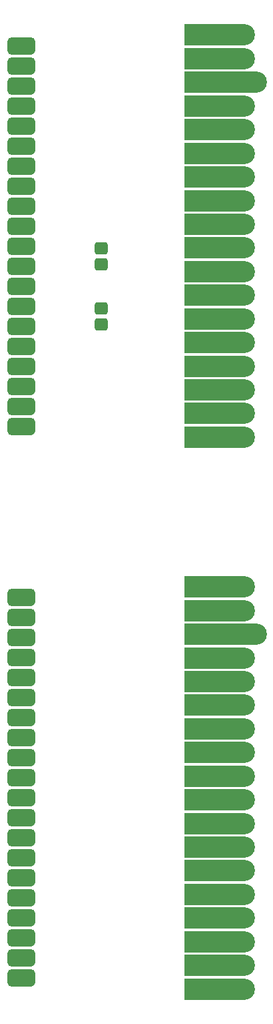
<source format=gbs>
G04*
G04  File:            TEMP_GERBER.GBS, Wed Dec 04 20:29:51 2019*
G04  Source:          P-CAD 2006 PCB, Version 19.02.958, (D:\retrocomputing\pdp11-mpi-breakout-board\pcb\temp_gerber.pcb)*
G04  Format:          Gerber Format (RS-274-D), ASCII*
G04*
G04  Format Options:  Absolute Positioning*
G04                   Leading-Zero Suppression*
G04                   Scale Factor 1:1*
G04                   NO Circular Interpolation*
G04                   Inch Units*
G04                   Numeric Format: 4.4 (XXXX.XXXX)*
G04                   G54 NOT Used for Aperture Change*
G04                   Apertures Embedded*
G04*
G04  File Options:    Offset = (0.0mil,0.0mil)*
G04                   Drill Symbol Size = 80.0mil*
G04                   Pad/Via Holes*
G04*
G04  File Contents:   Pads*
G04                   Vias*
G04                   Designators*
G04                   No Types*
G04                   No Values*
G04                   No Drill Symbols*
G04                   Bot Mask*
G04*
%INTEMP_GERBER.GBS*%
%ICAS*%
%MOIN*%
G04*
G04  Aperture MACROs for general use --- invoked via D-code assignment *
G04*
G04  General MACRO for flashed round with rotation and/or offset hole *
%AMROTOFFROUND*
1,1,$1,0.0000,0.0000*
1,0,$2,$3,$4*%
G04*
G04  General MACRO for flashed oval (obround) with rotation and/or offset hole *
%AMROTOFFOVAL*
21,1,$1,$2,0.0000,0.0000,$3*
1,1,$4,$5,$6*
1,1,$4,0-$5,0-$6*
1,0,$7,$8,$9*%
G04*
G04  General MACRO for flashed oval (obround) with rotation and no hole *
%AMROTOVALNOHOLE*
21,1,$1,$2,0.0000,0.0000,$3*
1,1,$4,$5,$6*
1,1,$4,0-$5,0-$6*%
G04*
G04  General MACRO for flashed rectangle with rotation and/or offset hole *
%AMROTOFFRECT*
21,1,$1,$2,0.0000,0.0000,$3*
1,0,$4,$5,$6*%
G04*
G04  General MACRO for flashed rectangle with rotation and no hole *
%AMROTRECTNOHOLE*
21,1,$1,$2,0.0000,0.0000,$3*%
G04*
G04  General MACRO for flashed rounded-rectangle *
%AMROUNDRECT*
21,1,$1,$2-$4,0.0000,0.0000,$3*
21,1,$1-$4,$2,0.0000,0.0000,$3*
1,1,$4,$5,$6*
1,1,$4,$7,$8*
1,1,$4,0-$5,0-$6*
1,1,$4,0-$7,0-$8*
1,0,$9,$10,$11*%
G04*
G04  General MACRO for flashed rounded-rectangle with rotation and no hole *
%AMROUNDRECTNOHOLE*
21,1,$1,$2-$4,0.0000,0.0000,$3*
21,1,$1-$4,$2,0.0000,0.0000,$3*
1,1,$4,$5,$6*
1,1,$4,$7,$8*
1,1,$4,0-$5,0-$6*
1,1,$4,0-$7,0-$8*%
G04*
G04  General MACRO for flashed regular polygon *
%AMREGPOLY*
5,1,$1,0.0000,0.0000,$2,$3+$4*
1,0,$5,$6,$7*%
G04*
G04  General MACRO for flashed regular polygon with no hole *
%AMREGPOLYNOHOLE*
5,1,$1,0.0000,0.0000,$2,$3+$4*%
G04*
G04  General MACRO for target *
%AMTARGET*
6,0,0,$1,$2,$3,4,$4,$5,$6*%
G04*
G04  General MACRO for mounting hole *
%AMMTHOLE*
1,1,$1,0,0*
1,0,$2,0,0*
$1=$1-$2*
$1=$1/2*
21,1,$2+$1,$3,0,0,$4*
21,1,$3,$2+$1,0,0,$4*%
G04*
G04*
G04  D10 : "Ellipse X0.254mm Y0.254mm H0.000mm 0.0deg (0.000mm,0.000mm) Draw"*
G04  Disc: OuterDia=0.0100*
%ADD10C, 0.0100*%
G04  D11 : "Ellipse X0.400mm Y0.400mm H0.000mm 0.0deg (0.000mm,0.000mm) Draw"*
G04  Disc: OuterDia=0.0157*
%ADD11C, 0.0157*%
G04  D12 : "Ellipse X0.500mm Y0.500mm H0.000mm 0.0deg (0.000mm,0.000mm) Draw"*
G04  Disc: OuterDia=0.0197*
%ADD12C, 0.0197*%
G04  D13 : "Ellipse X0.100mm Y0.100mm H0.000mm 0.0deg (0.000mm,0.000mm) Draw"*
G04  Disc: OuterDia=0.0039*
%ADD13C, 0.0039*%
G04  D14 : "Ellipse X0.200mm Y0.200mm H0.000mm 0.0deg (0.000mm,0.000mm) Draw"*
G04  Disc: OuterDia=0.0079*
%ADD14C, 0.0079*%
G04  D15 : "Ellipse X2.681mm Y2.681mm H0.000mm 0.0deg (0.000mm,0.000mm) Flash"*
G04  Disc: OuterDia=0.1056*
%ADD15C, 0.1056*%
G04  D16 : "Ellipse X2.300mm Y2.300mm H0.000mm 0.0deg (0.000mm,0.000mm) Flash"*
G04  Disc: OuterDia=0.0906*
%ADD16C, 0.0906*%
G04  D17 : "Rounded Rectangle X3.200mm Y1.800mm H0.000mm 0.0deg (0.000mm,0.000mm) Flash"*
G04  RoundRct: DimX=0.1260, DimY=0.0709, CornerRad=0.0177, Rotation=0.0, OffsetX=0.0000, OffsetY=0.0000, HoleDia=0.0000 *
%ADD17ROUNDRECTNOHOLE, 0.1260 X0.0709 X0.0 X0.0354 X-0.0453 X-0.0177 X-0.0453 X0.0177*%
G04  D18 : "Rounded Rectangle X3.581mm Y2.181mm H0.000mm 0.0deg (0.000mm,0.000mm) Flash"*
G04  RoundRct: DimX=0.1410, DimY=0.0859, CornerRad=0.0215, Rotation=0.0, OffsetX=0.0000, OffsetY=0.0000, HoleDia=0.0000 *
%ADD18ROUNDRECTNOHOLE, 0.1410 X0.0859 X0.0 X0.0429 X-0.0490 X-0.0215 X-0.0490 X0.0215*%
G04  D19 : "Rounded Rectangle X1.200mm Y1.300mm H0.000mm 0.0deg (0.000mm,0.000mm) Flash"*
G04  RoundRct: DimX=0.0472, DimY=0.0512, CornerRad=0.0118, Rotation=0.0, OffsetX=0.0000, OffsetY=0.0000, HoleDia=0.0000 *
%ADD19ROUNDRECTNOHOLE, 0.0472 X0.0512 X0.0 X0.0236 X-0.0118 X-0.0138 X-0.0118 X0.0138*%
G04  D20 : "Rounded Rectangle X1.300mm Y1.200mm H0.000mm 0.0deg (0.000mm,0.000mm) Flash"*
G04  RoundRct: DimX=0.0512, DimY=0.0472, CornerRad=0.0118, Rotation=0.0, OffsetX=0.0000, OffsetY=0.0000, HoleDia=0.0000 *
%ADD20ROUNDRECTNOHOLE, 0.0512 X0.0472 X0.0 X0.0236 X-0.0138 X-0.0118 X-0.0138 X0.0118*%
G04  D21 : "Rounded Rectangle X1.581mm Y1.681mm H0.000mm 0.0deg (0.000mm,0.000mm) Flash"*
G04  RoundRct: DimX=0.0622, DimY=0.0662, CornerRad=0.0156, Rotation=0.0, OffsetX=0.0000, OffsetY=0.0000, HoleDia=0.0000 *
%ADD21ROUNDRECTNOHOLE, 0.0622 X0.0662 X0.0 X0.0311 X-0.0156 X-0.0175 X-0.0156 X0.0175*%
G04  D22 : "Rounded Rectangle X1.681mm Y1.581mm H0.000mm 0.0deg (0.000mm,0.000mm) Flash"*
G04  RoundRct: DimX=0.0662, DimY=0.0622, CornerRad=0.0156, Rotation=0.0, OffsetX=0.0000, OffsetY=0.0000, HoleDia=0.0000 *
%ADD22ROUNDRECTNOHOLE, 0.0662 X0.0622 X0.0 X0.0311 X-0.0175 X-0.0156 X-0.0175 X0.0156*%
G04  D23 : "Rectangle X7.500mm Y2.300mm H0.000mm 0.0deg (0.000mm,0.000mm) Flash"*
G04  Rectangular: DimX=0.2953, DimY=0.0906, Rotation=0.0, OffsetX=0.0000, OffsetY=0.0000, HoleDia=0.0000 *
%ADD23R, 0.2953 X0.0906*%
G04  D24 : "Rectangle X7.881mm Y2.681mm H0.000mm 0.0deg (0.000mm,0.000mm) Flash"*
G04  Rectangular: DimX=0.3103, DimY=0.1056, Rotation=0.0, OffsetX=0.0000, OffsetY=0.0000, HoleDia=0.0000 *
%ADD24R, 0.3103 X0.1056*%
G04  D25 : "Rectangle X9.000mm Y2.300mm H0.000mm 0.0deg (0.000mm,0.000mm) Flash"*
G04  Rectangular: DimX=0.3543, DimY=0.0906, Rotation=0.0, OffsetX=0.0000, OffsetY=0.0000, HoleDia=0.0000 *
%ADD25R, 0.3543 X0.0906*%
G04  D26 : "Rectangle X9.381mm Y2.681mm H0.000mm 0.0deg (0.000mm,0.000mm) Flash"*
G04  Rectangular: DimX=0.3693, DimY=0.1056, Rotation=0.0, OffsetX=0.0000, OffsetY=0.0000, HoleDia=0.0000 *
%ADD26R, 0.3693 X0.1056*%
G04  D27 : "Ellipse X0.400mm Y0.400mm H0.000mm 0.0deg (0.000mm,0.000mm) Flash"*
G04  Disc: OuterDia=0.0157*
%ADD27C, 0.0157*%
G04*
%FSLAX44Y44*%
%SFA1B1*%
%OFA0.0000B0.0000*%
G04*
G70*
G90*
G01*
D2*
%LNBot Mask*%
D22*
X43173Y78966D3*
Y79766D3*
Y81966D3*
Y82766D3*
D15*
X50344Y46948D3*
Y45767D3*
Y49311D3*
Y52854D3*
Y51673D3*
Y55216D3*
Y56397D3*
Y58759D3*
Y57578D3*
Y61122D3*
Y62303D3*
Y64665D3*
Y73326D3*
Y76870D3*
Y75688D3*
Y79232D3*
Y80413D3*
Y82775D3*
Y81594D3*
Y85137D3*
Y86318D3*
Y88681D3*
Y92224D3*
Y48129D3*
Y50492D3*
Y59940D3*
Y54035D3*
Y65846D3*
Y74507D3*
Y83956D3*
Y78051D3*
Y87500D3*
Y93405D3*
Y89862D3*
D18*
X39173Y47307D3*
Y46307D3*
Y50307D3*
Y49307D3*
Y53307D3*
Y52307D3*
Y56307D3*
Y55307D3*
Y59307D3*
Y58307D3*
Y62307D3*
Y61307D3*
Y65307D3*
Y64307D3*
Y73866D3*
Y76866D3*
Y75866D3*
Y79866D3*
Y78866D3*
Y82866D3*
Y81866D3*
Y85866D3*
Y84866D3*
Y88866D3*
Y87866D3*
Y91866D3*
Y90866D3*
D15*
X50935Y91043D3*
D18*
X39173Y48307D3*
Y51307D3*
Y54307D3*
Y57307D3*
Y60307D3*
Y63307D3*
Y74866D3*
Y77866D3*
Y80866D3*
Y83866D3*
Y86866D3*
Y89866D3*
Y92866D3*
D15*
X50935Y63484D3*
D24*
X48868Y46948D3*
Y45767D3*
Y49311D3*
Y52854D3*
Y51673D3*
Y55216D3*
Y56397D3*
Y58759D3*
Y57578D3*
Y61122D3*
Y62303D3*
Y64665D3*
Y73326D3*
Y76870D3*
Y75688D3*
Y79232D3*
Y80413D3*
Y82775D3*
Y81594D3*
Y85137D3*
Y86318D3*
Y88681D3*
Y92224D3*
D26*
X49163Y91043D3*
D24*
X48868Y48129D3*
Y50492D3*
Y59940D3*
Y54035D3*
Y65846D3*
D26*
X49163Y63484D3*
D24*
X48868Y74507D3*
Y83956D3*
Y78051D3*
Y87500D3*
Y93405D3*
Y89862D3*
D02M02*

</source>
